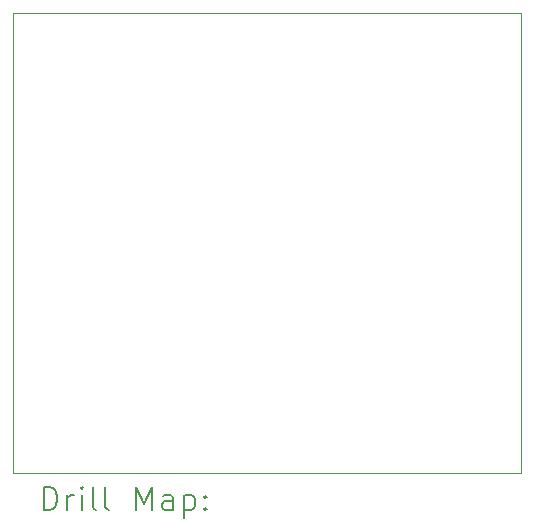
<source format=gbr>
%TF.GenerationSoftware,KiCad,Pcbnew,8.0.01-1-dev-1e03266dfe*%
%TF.CreationDate,2024-03-02T01:32:49-08:00*%
%TF.ProjectId,adpd1080_breakoutboard,61647064-3130-4383-905f-627265616b6f,rev?*%
%TF.SameCoordinates,Original*%
%TF.FileFunction,Drillmap*%
%TF.FilePolarity,Positive*%
%FSLAX45Y45*%
G04 Gerber Fmt 4.5, Leading zero omitted, Abs format (unit mm)*
G04 Created by KiCad (PCBNEW 8.0.01-1-dev-1e03266dfe) date 2024-03-02 01:32:49*
%MOMM*%
%LPD*%
G01*
G04 APERTURE LIST*
%ADD10C,0.050000*%
%ADD11C,0.200000*%
G04 APERTURE END LIST*
D10*
X2000000Y-2000000D02*
X6300000Y-2000000D01*
X6300000Y-5900000D01*
X2000000Y-5900000D01*
X2000000Y-2000000D01*
D11*
X2258277Y-6213984D02*
X2258277Y-6013984D01*
X2258277Y-6013984D02*
X2305896Y-6013984D01*
X2305896Y-6013984D02*
X2334467Y-6023508D01*
X2334467Y-6023508D02*
X2353515Y-6042555D01*
X2353515Y-6042555D02*
X2363039Y-6061603D01*
X2363039Y-6061603D02*
X2372563Y-6099698D01*
X2372563Y-6099698D02*
X2372563Y-6128269D01*
X2372563Y-6128269D02*
X2363039Y-6166365D01*
X2363039Y-6166365D02*
X2353515Y-6185412D01*
X2353515Y-6185412D02*
X2334467Y-6204460D01*
X2334467Y-6204460D02*
X2305896Y-6213984D01*
X2305896Y-6213984D02*
X2258277Y-6213984D01*
X2458277Y-6213984D02*
X2458277Y-6080650D01*
X2458277Y-6118746D02*
X2467801Y-6099698D01*
X2467801Y-6099698D02*
X2477324Y-6090174D01*
X2477324Y-6090174D02*
X2496372Y-6080650D01*
X2496372Y-6080650D02*
X2515420Y-6080650D01*
X2582086Y-6213984D02*
X2582086Y-6080650D01*
X2582086Y-6013984D02*
X2572563Y-6023508D01*
X2572563Y-6023508D02*
X2582086Y-6033031D01*
X2582086Y-6033031D02*
X2591610Y-6023508D01*
X2591610Y-6023508D02*
X2582086Y-6013984D01*
X2582086Y-6013984D02*
X2582086Y-6033031D01*
X2705896Y-6213984D02*
X2686848Y-6204460D01*
X2686848Y-6204460D02*
X2677324Y-6185412D01*
X2677324Y-6185412D02*
X2677324Y-6013984D01*
X2810658Y-6213984D02*
X2791610Y-6204460D01*
X2791610Y-6204460D02*
X2782086Y-6185412D01*
X2782086Y-6185412D02*
X2782086Y-6013984D01*
X3039229Y-6213984D02*
X3039229Y-6013984D01*
X3039229Y-6013984D02*
X3105896Y-6156841D01*
X3105896Y-6156841D02*
X3172562Y-6013984D01*
X3172562Y-6013984D02*
X3172562Y-6213984D01*
X3353515Y-6213984D02*
X3353515Y-6109222D01*
X3353515Y-6109222D02*
X3343991Y-6090174D01*
X3343991Y-6090174D02*
X3324943Y-6080650D01*
X3324943Y-6080650D02*
X3286848Y-6080650D01*
X3286848Y-6080650D02*
X3267801Y-6090174D01*
X3353515Y-6204460D02*
X3334467Y-6213984D01*
X3334467Y-6213984D02*
X3286848Y-6213984D01*
X3286848Y-6213984D02*
X3267801Y-6204460D01*
X3267801Y-6204460D02*
X3258277Y-6185412D01*
X3258277Y-6185412D02*
X3258277Y-6166365D01*
X3258277Y-6166365D02*
X3267801Y-6147317D01*
X3267801Y-6147317D02*
X3286848Y-6137793D01*
X3286848Y-6137793D02*
X3334467Y-6137793D01*
X3334467Y-6137793D02*
X3353515Y-6128269D01*
X3448753Y-6080650D02*
X3448753Y-6280650D01*
X3448753Y-6090174D02*
X3467801Y-6080650D01*
X3467801Y-6080650D02*
X3505896Y-6080650D01*
X3505896Y-6080650D02*
X3524943Y-6090174D01*
X3524943Y-6090174D02*
X3534467Y-6099698D01*
X3534467Y-6099698D02*
X3543991Y-6118746D01*
X3543991Y-6118746D02*
X3543991Y-6175888D01*
X3543991Y-6175888D02*
X3534467Y-6194936D01*
X3534467Y-6194936D02*
X3524943Y-6204460D01*
X3524943Y-6204460D02*
X3505896Y-6213984D01*
X3505896Y-6213984D02*
X3467801Y-6213984D01*
X3467801Y-6213984D02*
X3448753Y-6204460D01*
X3629705Y-6194936D02*
X3639229Y-6204460D01*
X3639229Y-6204460D02*
X3629705Y-6213984D01*
X3629705Y-6213984D02*
X3620182Y-6204460D01*
X3620182Y-6204460D02*
X3629705Y-6194936D01*
X3629705Y-6194936D02*
X3629705Y-6213984D01*
X3629705Y-6090174D02*
X3639229Y-6099698D01*
X3639229Y-6099698D02*
X3629705Y-6109222D01*
X3629705Y-6109222D02*
X3620182Y-6099698D01*
X3620182Y-6099698D02*
X3629705Y-6090174D01*
X3629705Y-6090174D02*
X3629705Y-6109222D01*
M02*

</source>
